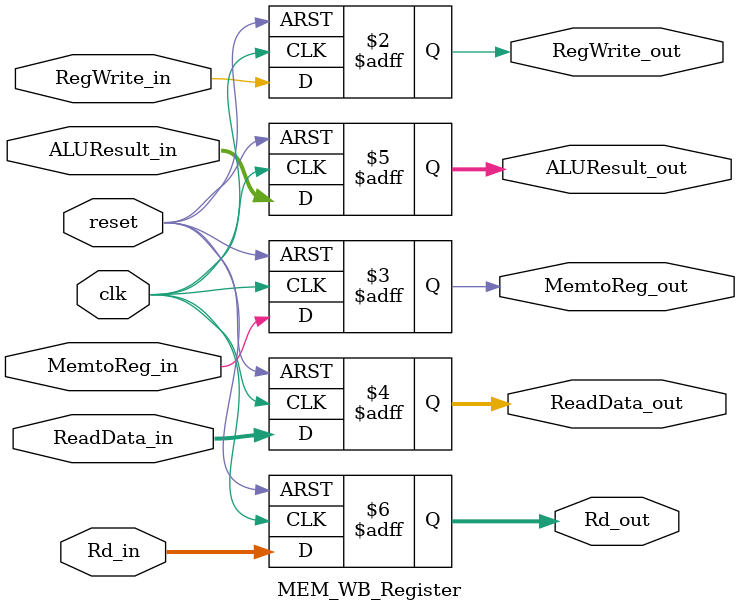
<source format=v>
`timescale 1ns / 1ps
module MEM_WB_Register (
    input wire clk,                // Clock input
    input wire reset,              // Reset signal
    // Control signals from Memory stage
    input wire RegWrite_in,        // Register write control
    input wire MemtoReg_in,        // Memory to register control
    // Data from Memory stage
    input wire [31:0] ReadData_in, // Data read from memory
    input wire [31:0] ALUResult_in, // ALU result
    input wire [4:0] Rd_in,        // Destination register
    
    // Control signals to Writeback stage
    output reg RegWrite_out,
    output reg MemtoReg_out,
    // Data to Writeback stage
    output reg [31:0] ReadData_out,
    output reg [31:0] ALUResult_out,
    output reg [4:0] Rd_out
);

    always @(posedge clk or posedge reset) begin
        if (reset) begin
            // Reset control signals
            RegWrite_out <= 1'b0;
            MemtoReg_out <= 1'b0;
            
            // Reset data
            ReadData_out <= 32'b0;
            ALUResult_out <= 32'b0;
            Rd_out <= 5'b0;
        end
        else begin
            // Transfer control signals
            RegWrite_out <= RegWrite_in;
            MemtoReg_out <= MemtoReg_in;
            
            // Transfer data
            ReadData_out <= ReadData_in;
            ALUResult_out <= ALUResult_in;
            Rd_out <= Rd_in;
        end
    end

endmodule

</source>
